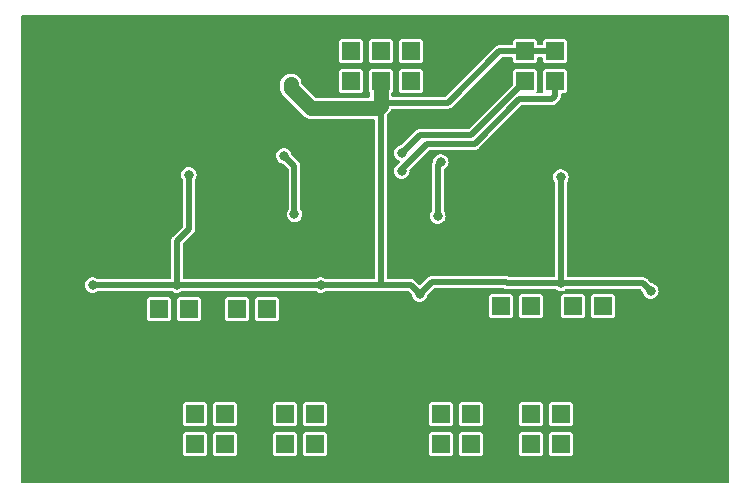
<source format=gbr>
%TF.GenerationSoftware,KiCad,Pcbnew,6.0.4-6f826c9f35~116~ubuntu20.04.1*%
%TF.CreationDate,2023-03-02T11:35:26+00:00*%
%TF.ProjectId,VCAI2C01,56434149-3243-4303-912e-6b696361645f,rev?*%
%TF.SameCoordinates,Original*%
%TF.FileFunction,Copper,L1,Top*%
%TF.FilePolarity,Positive*%
%FSLAX46Y46*%
G04 Gerber Fmt 4.6, Leading zero omitted, Abs format (unit mm)*
G04 Created by KiCad (PCBNEW 6.0.4-6f826c9f35~116~ubuntu20.04.1) date 2023-03-02 11:35:26*
%MOMM*%
%LPD*%
G01*
G04 APERTURE LIST*
%TA.AperFunction,ComponentPad*%
%ADD10R,1.524000X1.524000*%
%TD*%
%TA.AperFunction,ComponentPad*%
%ADD11C,6.000000*%
%TD*%
%TA.AperFunction,ViaPad*%
%ADD12C,0.800000*%
%TD*%
%TA.AperFunction,Conductor*%
%ADD13C,0.300000*%
%TD*%
%TA.AperFunction,Conductor*%
%ADD14C,0.500000*%
%TD*%
%TA.AperFunction,Conductor*%
%ADD15C,1.300000*%
%TD*%
G04 APERTURE END LIST*
D10*
%TO.P,J2,1*%
%TO.N,/IN1-*%
X7112000Y10160000D03*
%TO.P,J2,2*%
%TO.N,Net-(J2-Pad2)*%
X9652000Y10160000D03*
%TD*%
%TO.P,J4,1*%
%TO.N,/IN2-*%
X16256000Y10160000D03*
%TO.P,J4,2*%
%TO.N,Net-(J4-Pad2)*%
X13716000Y10160000D03*
%TD*%
%TO.P,J6,1*%
%TO.N,/IN3-*%
X36068000Y10414000D03*
%TO.P,J6,2*%
%TO.N,Net-(J6-Pad2)*%
X38608000Y10414000D03*
%TD*%
%TO.P,J8,1*%
%TO.N,/IN4-*%
X44704000Y10414000D03*
%TO.P,J8,2*%
%TO.N,Net-(J8-Pad2)*%
X42164000Y10414000D03*
%TD*%
%TO.P,J10,1*%
%TO.N,/A0*%
X38100000Y29464000D03*
%TO.P,J10,2*%
%TO.N,VCC*%
X38100000Y32004000D03*
%TD*%
%TO.P,J11,1*%
%TO.N,/A1*%
X40640000Y29464000D03*
%TO.P,J11,2*%
%TO.N,VCC*%
X40640000Y32004000D03*
%TD*%
%TO.P,J13,1*%
%TO.N,GND*%
X20828000Y29464000D03*
%TO.P,J13,2*%
X20828000Y32004000D03*
%TO.P,J13,3*%
%TO.N,/SDA*%
X23368000Y29464000D03*
%TO.P,J13,4*%
X23368000Y32004000D03*
%TO.P,J13,5*%
%TO.N,VCC*%
X25908000Y29464000D03*
%TO.P,J13,6*%
X25908000Y32004000D03*
%TO.P,J13,7*%
%TO.N,/SCL*%
X28448000Y29464000D03*
%TO.P,J13,8*%
X28448000Y32004000D03*
%TO.P,J13,9*%
%TO.N,GND*%
X30988000Y29464000D03*
%TO.P,J13,10*%
X30988000Y32004000D03*
%TD*%
D11*
%TO.P,M1,1*%
%TO.N,GND*%
X50800000Y30480000D03*
%TD*%
%TO.P,M2,1*%
%TO.N,GND*%
X0Y0D03*
%TD*%
%TO.P,M3,1*%
%TO.N,GND*%
X50800000Y0D03*
%TD*%
%TO.P,M4,1*%
%TO.N,GND*%
X0Y30480000D03*
%TD*%
D10*
%TO.P,J14,1*%
%TO.N,GND*%
X22860000Y1270000D03*
%TO.P,J14,2*%
X22860000Y-1270000D03*
%TD*%
%TO.P,J15,1*%
%TO.N,/IN2-*%
X17780000Y1270000D03*
%TO.P,J15,2*%
X17780000Y-1270000D03*
%TD*%
%TO.P,J16,1*%
%TO.N,/IN2+*%
X20320000Y1270000D03*
%TO.P,J16,2*%
X20320000Y-1270000D03*
%TD*%
%TO.P,J17,1*%
%TO.N,GND*%
X15240000Y1270000D03*
%TO.P,J17,2*%
X15240000Y-1270000D03*
%TD*%
%TO.P,J18,1*%
%TO.N,/IN3-*%
X33528000Y1270000D03*
%TO.P,J18,2*%
X33528000Y-1270000D03*
%TD*%
%TO.P,J19,1*%
%TO.N,/IN3+*%
X30988000Y1270000D03*
%TO.P,J19,2*%
X30988000Y-1270000D03*
%TD*%
%TO.P,J20,1*%
%TO.N,GND*%
X43688000Y1270000D03*
%TO.P,J20,2*%
X43688000Y-1270000D03*
%TD*%
%TO.P,J21,1*%
%TO.N,/IN4-*%
X38608000Y1270000D03*
%TO.P,J21,2*%
X38608000Y-1270000D03*
%TD*%
%TO.P,J22,1*%
%TO.N,/IN4+*%
X41148000Y1270000D03*
%TO.P,J22,2*%
X41148000Y-1270000D03*
%TD*%
%TO.P,J23,1*%
%TO.N,GND*%
X28448000Y1270000D03*
%TO.P,J23,2*%
X28448000Y-1270000D03*
%TD*%
%TO.P,J3,1*%
%TO.N,GND*%
X36068000Y-1270000D03*
%TO.P,J3,2*%
X36068000Y1270000D03*
%TD*%
%TO.P,J5,1*%
%TO.N,GND*%
X7620000Y1270000D03*
%TO.P,J5,2*%
X7620000Y-1270000D03*
%TD*%
%TO.P,J7,1*%
%TO.N,/IN1-*%
X12700000Y1270000D03*
%TO.P,J7,2*%
X12700000Y-1270000D03*
%TD*%
%TO.P,J9,1*%
%TO.N,/IN1+*%
X10160000Y1270000D03*
%TO.P,J9,2*%
X10160000Y-1270000D03*
%TD*%
D12*
%TO.N,GND*%
X3454400Y26009600D03*
X48006000Y5080000D03*
X14732000Y31242000D03*
X27940000Y9144000D03*
X12446000Y6858000D03*
X-1016000Y18796000D03*
X40386000Y9144000D03*
X46990000Y11176000D03*
X21336000Y18034000D03*
X5588000Y-1778000D03*
X10668000Y28956000D03*
X12446000Y8890000D03*
X8128000Y28194000D03*
X17272000Y18034000D03*
X26924000Y1270000D03*
X39319200Y18948400D03*
X42164000Y14224000D03*
X10922000Y14224000D03*
X8128000Y17272000D03*
X0Y22098000D03*
X13970000Y4064000D03*
X16002000Y26670000D03*
X17780000Y17018000D03*
X33049147Y22068853D03*
X48006000Y7874000D03*
X7112014Y25908000D03*
X25908000Y6350000D03*
X44196000Y28448000D03*
X25908000Y8636000D03*
X45720000Y1270000D03*
X45720000Y3810000D03*
X5588000Y1270000D03*
X39878000Y7620000D03*
X42164000Y26924000D03*
X46736000Y24892000D03*
X48006000Y6604000D03*
X26924000Y0D03*
X34036000Y22098000D03*
X24892000Y-1270000D03*
X23622000Y14732000D03*
X23876000Y15748000D03*
X48006000Y23876000D03*
X33528000Y16256000D03*
X50546000Y19812000D03*
X49530000Y23368000D03*
X21336000Y20828000D03*
X19812000Y10922000D03*
X22352000Y9144000D03*
X30226000Y9398000D03*
X39116000Y17272000D03*
X44704000Y26924000D03*
X9398000Y28956000D03*
X15748000Y17526000D03*
X6604000Y14224000D03*
X3556000Y4572000D03*
X47244000Y10160000D03*
X5588000Y-254000D03*
X24892000Y1270000D03*
X-1778000Y17018000D03*
X23876000Y13716000D03*
X26924000Y20066000D03*
X32766000Y30480000D03*
X40640000Y22606000D03*
X16510000Y17018000D03*
X34036000Y23055706D03*
X14478000Y28194000D03*
X50546000Y22606000D03*
X43180000Y14224000D03*
X-1015998Y17780000D03*
X17272000Y19812000D03*
X26924000Y-1270000D03*
X16510000Y31242000D03*
X30988000Y16764000D03*
X25908000Y3556000D03*
X39116000Y20828000D03*
X30988000Y34036000D03*
X7112000Y24638000D03*
X14224000Y2794000D03*
X25908000Y2032000D03*
X37084000Y3302000D03*
X45212000Y32512000D03*
X6350000Y27432000D03*
X14478000Y29718000D03*
X24892000Y0D03*
X24384000Y9144000D03*
X2540000Y10414000D03*
X47498000Y8890000D03*
X4064000Y27178000D03*
X11938000Y28956000D03*
X50292000Y14478000D03*
X47244000Y17526000D03*
X44450000Y33528000D03*
X32766000Y34036000D03*
X-1778000Y15748000D03*
X45720000Y-1270000D03*
X39878000Y5588000D03*
X-1016000Y20066000D03*
X25908000Y5080000D03*
X50546000Y18288000D03*
X45720000Y0D03*
X39116000Y14478004D03*
X31750000Y19050000D03*
X3302000Y6604000D03*
X5080000Y27432000D03*
X32766000Y32258000D03*
X36576000Y33782000D03*
X33020000Y11430000D03*
X21336000Y21844000D03*
X49276000Y13970000D03*
X37338000Y4318000D03*
X9906000Y14224000D03*
X32004000Y10160000D03*
X7366000Y27432000D03*
X8432800Y19263598D03*
X46990000Y3810000D03*
X42672000Y28194000D03*
X1524002Y22098000D03*
X21844000Y25400000D03*
X43180000Y33528000D03*
X15240000Y27432000D03*
X48006000Y16256000D03*
X18796000Y32512000D03*
X7620000Y14224000D03*
X19304000Y34036000D03*
X36097147Y25116853D03*
X41910000Y8890000D03*
X14986000Y34290000D03*
X51054000Y13716000D03*
X18796000Y30988000D03*
X5334000Y3302000D03*
X14732000Y32766000D03*
X45720000Y25908000D03*
X43434000Y26924000D03*
X11684000Y10414000D03*
X23876000Y17780000D03*
X17018000Y21082000D03*
X-1778000Y14224000D03*
X48260000Y14224000D03*
X45720000Y2540000D03*
X50546000Y21336000D03*
X-1016000Y21336000D03*
X39878000Y14224000D03*
X32512000Y16256000D03*
X25908000Y7620000D03*
X21082000Y9144000D03*
X13462000Y28956000D03*
X20828000Y34036000D03*
%TO.N,VCC*%
X48768000Y11684000D03*
X41148000Y21336002D03*
X18288000Y29210000D03*
X41148000Y12349480D03*
X9652000Y21539200D03*
X29209996Y11430000D03*
X1523990Y12192000D03*
X20828000Y12192000D03*
X8636000Y12192000D03*
%TO.N,/OUT1*%
X18592799Y18186400D03*
X17704348Y23139948D03*
%TO.N,/OUT4*%
X30734000Y18034000D03*
X30987996Y22606000D03*
%TO.N,/A0*%
X27686000Y23368000D03*
%TO.N,/A1*%
X27686000Y21844000D03*
%TD*%
D13*
%TO.N,GND*%
X45720000Y0D02*
X45720000Y1270000D01*
X0Y22098000D02*
X1524002Y22098000D01*
X-1016000Y21336000D02*
X-1016000Y20066000D01*
X16147999Y17925999D02*
X15748000Y17526000D01*
X36068000Y1270000D02*
X36068000Y2286000D01*
D14*
X40386000Y9144000D02*
X41656000Y9144000D01*
D13*
X46990000Y10414000D02*
X47244000Y10160000D01*
X48006000Y8382000D02*
X48006000Y7874000D01*
X19304000Y34036000D02*
X20828000Y34036000D01*
D14*
X41656000Y9144000D02*
X41910000Y8890000D01*
D13*
X12446000Y8890000D02*
X12446000Y6858000D01*
D14*
X14732000Y31242000D02*
X14732000Y32766000D01*
D13*
X16256000Y18034000D02*
X16147999Y17925999D01*
X25908000Y5080000D02*
X25908000Y6350000D01*
D14*
X33049147Y22068853D02*
X34006853Y22068853D01*
X34036000Y22098000D02*
X34036000Y23055706D01*
D13*
X43434000Y26924000D02*
X42164000Y26924000D01*
X13716000Y28956000D02*
X14478000Y28194000D01*
X18796000Y30988000D02*
X18796000Y32512000D01*
X43180000Y33528000D02*
X44450000Y33528000D01*
X3302000Y6604000D02*
X2540000Y7366000D01*
X49530000Y23368000D02*
X49784000Y23368000D01*
X12446000Y9652000D02*
X11684000Y10414000D01*
X22352000Y9144000D02*
X21082000Y9144000D01*
X39116000Y21082000D02*
X40640000Y22606000D01*
X17272000Y18034000D02*
X16256000Y18034000D01*
X2540000Y7366000D02*
X2540000Y10414000D01*
X48006000Y18288000D02*
X47244000Y17526000D01*
X49784000Y23368000D02*
X50546000Y22606000D01*
X8636000Y28194000D02*
X9398000Y28956000D01*
X13462000Y28956000D02*
X13716000Y28956000D01*
X48006000Y23876000D02*
X47752000Y23876000D01*
X5588000Y1270000D02*
X5588000Y-254000D01*
D14*
X39878000Y5588000D02*
X39878000Y7620000D01*
D13*
X4826000Y27178000D02*
X5080000Y27432000D01*
X7112000Y24638000D02*
X7112000Y25907986D01*
X25908000Y8636000D02*
X27432000Y8636000D01*
X37338000Y4318000D02*
X37737999Y3918001D01*
X25908000Y7620000D02*
X25908000Y8636000D01*
X32766000Y32258000D02*
X32766000Y30480000D01*
X3556000Y4572000D02*
X4826000Y3302000D01*
X9906000Y14224000D02*
X10922000Y14224000D01*
X21336000Y18034000D02*
X23622000Y18034000D01*
X27432000Y8636000D02*
X27940000Y9144000D01*
X30988000Y34036000D02*
X32766000Y34036000D01*
D14*
X34006853Y22068853D02*
X34036000Y22098000D01*
D13*
X46990000Y3810000D02*
X45720000Y3810000D01*
X50546000Y21336000D02*
X50546000Y19812000D01*
X48260000Y14224000D02*
X49022000Y14224000D01*
X14224000Y2794000D02*
X14224000Y3810000D01*
X23876000Y14986000D02*
X23622000Y14732000D01*
D14*
X34036000Y23055706D02*
X36097147Y25116853D01*
D13*
X36068000Y2286000D02*
X37084000Y3302000D01*
X-1016000Y17780002D02*
X-1015998Y17780000D01*
X4064000Y27178000D02*
X4826000Y27178000D01*
X24892000Y8636000D02*
X24384000Y9144000D01*
X25908000Y8636000D02*
X24892000Y8636000D01*
X46990000Y11176000D02*
X46990000Y10414000D01*
X39116000Y20828000D02*
X39116000Y21082000D01*
D14*
X16510000Y31242000D02*
X14732000Y31242000D01*
D13*
X26924000Y-1270000D02*
X26924000Y0D01*
X16510000Y17018000D02*
X17780000Y17018000D01*
X17018000Y21082000D02*
X17018000Y20066000D01*
X-1016000Y18796000D02*
X-1016000Y17780002D01*
X14224000Y3810000D02*
X13970000Y4064000D01*
X-1778000Y17018000D02*
X-1778000Y15748000D01*
X7112000Y25907986D02*
X7112014Y25908000D01*
X49022000Y14224000D02*
X49276000Y13970000D01*
X12446000Y8890000D02*
X12446000Y9652000D01*
X21336000Y21844000D02*
X21336000Y20828000D01*
X31242000Y9398000D02*
X32004000Y10160000D01*
X47752000Y23876000D02*
X46736000Y24892000D01*
X43942000Y28194000D02*
X44196000Y28448000D01*
X50292000Y14478000D02*
X51054000Y13716000D01*
X42672000Y28194000D02*
X43942000Y28194000D01*
X15240000Y27432000D02*
X16002000Y26670000D01*
X23622000Y18034000D02*
X23876000Y17780000D01*
X17018000Y20066000D02*
X17272000Y19812000D01*
X45720000Y25908000D02*
X44704000Y26924000D01*
X37737999Y3918001D02*
X38716001Y3918001D01*
X23876000Y15748000D02*
X23876000Y14986000D01*
X7620000Y14224000D02*
X6604000Y14224000D01*
X33528000Y16256000D02*
X32512000Y16256000D01*
X50546000Y18288000D02*
X48006000Y18288000D01*
X30226000Y9398000D02*
X31242000Y9398000D01*
X42164000Y14224000D02*
X43180000Y14224000D01*
X6350000Y27432000D02*
X7366000Y27432000D01*
X4826000Y3302000D02*
X5334000Y3302000D01*
X39116000Y17272000D02*
X39116000Y14478004D01*
X-1016000Y18288000D02*
X-1016000Y17780002D01*
X48006000Y6604000D02*
X48006000Y5080000D01*
X25908000Y3556000D02*
X25908000Y2032000D01*
X10668000Y28956000D02*
X11938000Y28956000D01*
X47498000Y8890000D02*
X48006000Y8382000D01*
X43688000Y-1270000D02*
X45720000Y-1270000D01*
X24892000Y0D02*
X24892000Y1270000D01*
X22860000Y-1270000D02*
X24892000Y-1270000D01*
X8128000Y28194000D02*
X8636000Y28194000D01*
D14*
%TO.N,VCC*%
X25908000Y29464000D02*
X25908000Y23114000D01*
X35952002Y32004000D02*
X31583202Y27635200D01*
X36621720Y12349480D02*
X41148000Y12349480D01*
X9652000Y16916400D02*
X9652000Y20973515D01*
X41148000Y12349480D02*
X41148000Y21336002D01*
X8636000Y15900400D02*
X9652000Y16916400D01*
D15*
X19969998Y27178000D02*
X18288000Y28859998D01*
D14*
X25908000Y12192000D02*
X28447996Y12192000D01*
X41148000Y12349480D02*
X48102520Y12349480D01*
D15*
X18288000Y28859998D02*
X18288000Y29210000D01*
D14*
X38100000Y32004000D02*
X35952002Y32004000D01*
X30225996Y12446000D02*
X36525200Y12446000D01*
X8636000Y12192000D02*
X1523990Y12192000D01*
X31583202Y27635200D02*
X26141200Y27635200D01*
X20828000Y12192000D02*
X8636000Y12192000D01*
D15*
X25684000Y27178000D02*
X19969998Y27178000D01*
D14*
X48102520Y12349480D02*
X48768000Y11684000D01*
X28447996Y12192000D02*
X29209996Y11430000D01*
X26141200Y27635200D02*
X25908000Y27402000D01*
D15*
X25908000Y27402000D02*
X25684000Y27178000D01*
D14*
X40640000Y32004000D02*
X38100000Y32004000D01*
X36525200Y12446000D02*
X36621720Y12349480D01*
X8636000Y12192000D02*
X8636000Y15900400D01*
X29209996Y11430000D02*
X30225996Y12446000D01*
X25908000Y12192000D02*
X20828000Y12192000D01*
D15*
X25908000Y29464000D02*
X25908000Y27402000D01*
D14*
X25908000Y23114000D02*
X25908000Y12192000D01*
X9652000Y20973515D02*
X9652000Y21539200D01*
%TO.N,/OUT1*%
X17704348Y23139948D02*
X18592799Y22251497D01*
X18592799Y22251497D02*
X18592799Y18752085D01*
X18592799Y18752085D02*
X18592799Y18186400D01*
%TO.N,/OUT4*%
X30734000Y22352004D02*
X30987996Y22606000D01*
X30734000Y18034000D02*
X30734000Y22352004D01*
%TO.N,/A0*%
X28690011Y24372011D02*
X27686000Y23368000D01*
X33528000Y24892000D02*
X29210000Y24892000D01*
X38100000Y29464000D02*
X33528000Y24892000D01*
X29210000Y24892000D02*
X28690011Y24372011D01*
%TO.N,/A1*%
X29791992Y24141990D02*
X27686000Y22035998D01*
X40640000Y29464000D02*
X40640000Y28202000D01*
X37636674Y27940000D02*
X33838664Y24141990D01*
X40378000Y27940000D02*
X37636674Y27940000D01*
X27686000Y22035998D02*
X27686000Y21844000D01*
X40640000Y28202000D02*
X40378000Y27940000D01*
X33838664Y24141990D02*
X29791992Y24141990D01*
%TD*%
%TA.AperFunction,Conductor*%
%TO.N,GND*%
G36*
X55334691Y35036593D02*
G01*
X55370655Y34987093D01*
X55375500Y34956500D01*
X55375500Y-4476500D01*
X55356593Y-4534691D01*
X55307093Y-4570655D01*
X55276500Y-4575500D01*
X-4476500Y-4575500D01*
X-4534691Y-4556593D01*
X-4570655Y-4507093D01*
X-4575500Y-4476500D01*
X-4575500Y-2056674D01*
X9147500Y-2056674D01*
X9162034Y-2129740D01*
X9217399Y-2212601D01*
X9300260Y-2267966D01*
X9373326Y-2282500D01*
X10946674Y-2282500D01*
X11019740Y-2267966D01*
X11102601Y-2212601D01*
X11157966Y-2129740D01*
X11172500Y-2056674D01*
X11687500Y-2056674D01*
X11702034Y-2129740D01*
X11757399Y-2212601D01*
X11840260Y-2267966D01*
X11913326Y-2282500D01*
X13486674Y-2282500D01*
X13559740Y-2267966D01*
X13642601Y-2212601D01*
X13697966Y-2129740D01*
X13712500Y-2056674D01*
X16767500Y-2056674D01*
X16782034Y-2129740D01*
X16837399Y-2212601D01*
X16920260Y-2267966D01*
X16993326Y-2282500D01*
X18566674Y-2282500D01*
X18639740Y-2267966D01*
X18722601Y-2212601D01*
X18777966Y-2129740D01*
X18792500Y-2056674D01*
X19307500Y-2056674D01*
X19322034Y-2129740D01*
X19377399Y-2212601D01*
X19460260Y-2267966D01*
X19533326Y-2282500D01*
X21106674Y-2282500D01*
X21179740Y-2267966D01*
X21262601Y-2212601D01*
X21317966Y-2129740D01*
X21332500Y-2056674D01*
X29975500Y-2056674D01*
X29990034Y-2129740D01*
X30045399Y-2212601D01*
X30128260Y-2267966D01*
X30201326Y-2282500D01*
X31774674Y-2282500D01*
X31847740Y-2267966D01*
X31930601Y-2212601D01*
X31985966Y-2129740D01*
X32000500Y-2056674D01*
X32515500Y-2056674D01*
X32530034Y-2129740D01*
X32585399Y-2212601D01*
X32668260Y-2267966D01*
X32741326Y-2282500D01*
X34314674Y-2282500D01*
X34387740Y-2267966D01*
X34470601Y-2212601D01*
X34525966Y-2129740D01*
X34540500Y-2056674D01*
X37595500Y-2056674D01*
X37610034Y-2129740D01*
X37665399Y-2212601D01*
X37748260Y-2267966D01*
X37821326Y-2282500D01*
X39394674Y-2282500D01*
X39467740Y-2267966D01*
X39550601Y-2212601D01*
X39605966Y-2129740D01*
X39620500Y-2056674D01*
X40135500Y-2056674D01*
X40150034Y-2129740D01*
X40205399Y-2212601D01*
X40288260Y-2267966D01*
X40361326Y-2282500D01*
X41934674Y-2282500D01*
X42007740Y-2267966D01*
X42090601Y-2212601D01*
X42145966Y-2129740D01*
X42160500Y-2056674D01*
X42160500Y-483326D01*
X42145966Y-410260D01*
X42090601Y-327399D01*
X42007740Y-272034D01*
X41934674Y-257500D01*
X40361326Y-257500D01*
X40288260Y-272034D01*
X40205399Y-327399D01*
X40150034Y-410260D01*
X40135500Y-483326D01*
X40135500Y-2056674D01*
X39620500Y-2056674D01*
X39620500Y-483326D01*
X39605966Y-410260D01*
X39550601Y-327399D01*
X39467740Y-272034D01*
X39394674Y-257500D01*
X37821326Y-257500D01*
X37748260Y-272034D01*
X37665399Y-327399D01*
X37610034Y-410260D01*
X37595500Y-483326D01*
X37595500Y-2056674D01*
X34540500Y-2056674D01*
X34540500Y-483326D01*
X34525966Y-410260D01*
X34470601Y-327399D01*
X34387740Y-272034D01*
X34314674Y-257500D01*
X32741326Y-257500D01*
X32668260Y-272034D01*
X32585399Y-327399D01*
X32530034Y-410260D01*
X32515500Y-483326D01*
X32515500Y-2056674D01*
X32000500Y-2056674D01*
X32000500Y-483326D01*
X31985966Y-410260D01*
X31930601Y-327399D01*
X31847740Y-272034D01*
X31774674Y-257500D01*
X30201326Y-257500D01*
X30128260Y-272034D01*
X30045399Y-327399D01*
X29990034Y-410260D01*
X29975500Y-483326D01*
X29975500Y-2056674D01*
X21332500Y-2056674D01*
X21332500Y-483326D01*
X21317966Y-410260D01*
X21262601Y-327399D01*
X21179740Y-272034D01*
X21106674Y-257500D01*
X19533326Y-257500D01*
X19460260Y-272034D01*
X19377399Y-327399D01*
X19322034Y-410260D01*
X19307500Y-483326D01*
X19307500Y-2056674D01*
X18792500Y-2056674D01*
X18792500Y-483326D01*
X18777966Y-410260D01*
X18722601Y-327399D01*
X18639740Y-272034D01*
X18566674Y-257500D01*
X16993326Y-257500D01*
X16920260Y-272034D01*
X16837399Y-327399D01*
X16782034Y-410260D01*
X16767500Y-483326D01*
X16767500Y-2056674D01*
X13712500Y-2056674D01*
X13712500Y-483326D01*
X13697966Y-410260D01*
X13642601Y-327399D01*
X13559740Y-272034D01*
X13486674Y-257500D01*
X11913326Y-257500D01*
X11840260Y-272034D01*
X11757399Y-327399D01*
X11702034Y-410260D01*
X11687500Y-483326D01*
X11687500Y-2056674D01*
X11172500Y-2056674D01*
X11172500Y-483326D01*
X11157966Y-410260D01*
X11102601Y-327399D01*
X11019740Y-272034D01*
X10946674Y-257500D01*
X9373326Y-257500D01*
X9300260Y-272034D01*
X9217399Y-327399D01*
X9162034Y-410260D01*
X9147500Y-483326D01*
X9147500Y-2056674D01*
X-4575500Y-2056674D01*
X-4575500Y483326D01*
X9147500Y483326D01*
X9162034Y410260D01*
X9217399Y327399D01*
X9300260Y272034D01*
X9373326Y257500D01*
X10946674Y257500D01*
X11019740Y272034D01*
X11102601Y327399D01*
X11157966Y410260D01*
X11172500Y483326D01*
X11687500Y483326D01*
X11702034Y410260D01*
X11757399Y327399D01*
X11840260Y272034D01*
X11913326Y257500D01*
X13486674Y257500D01*
X13559740Y272034D01*
X13642601Y327399D01*
X13697966Y410260D01*
X13712500Y483326D01*
X16767500Y483326D01*
X16782034Y410260D01*
X16837399Y327399D01*
X16920260Y272034D01*
X16993326Y257500D01*
X18566674Y257500D01*
X18639740Y272034D01*
X18722601Y327399D01*
X18777966Y410260D01*
X18792500Y483326D01*
X19307500Y483326D01*
X19322034Y410260D01*
X19377399Y327399D01*
X19460260Y272034D01*
X19533326Y257500D01*
X21106674Y257500D01*
X21179740Y272034D01*
X21262601Y327399D01*
X21317966Y410260D01*
X21332500Y483326D01*
X29975500Y483326D01*
X29990034Y410260D01*
X30045399Y327399D01*
X30128260Y272034D01*
X30201326Y257500D01*
X31774674Y257500D01*
X31847740Y272034D01*
X31930601Y327399D01*
X31985966Y410260D01*
X32000500Y483326D01*
X32515500Y483326D01*
X32530034Y410260D01*
X32585399Y327399D01*
X32668260Y272034D01*
X32741326Y257500D01*
X34314674Y257500D01*
X34387740Y272034D01*
X34470601Y327399D01*
X34525966Y410260D01*
X34540500Y483326D01*
X37595500Y483326D01*
X37610034Y410260D01*
X37665399Y327399D01*
X37748260Y272034D01*
X37821326Y257500D01*
X39394674Y257500D01*
X39467740Y272034D01*
X39550601Y327399D01*
X39605966Y410260D01*
X39620500Y483326D01*
X40135500Y483326D01*
X40150034Y410260D01*
X40205399Y327399D01*
X40288260Y272034D01*
X40361326Y257500D01*
X41934674Y257500D01*
X42007740Y272034D01*
X42090601Y327399D01*
X42145966Y410260D01*
X42160500Y483326D01*
X42160500Y2056674D01*
X42145966Y2129740D01*
X42090601Y2212601D01*
X42007740Y2267966D01*
X41934674Y2282500D01*
X40361326Y2282500D01*
X40288260Y2267966D01*
X40205399Y2212601D01*
X40150034Y2129740D01*
X40135500Y2056674D01*
X40135500Y483326D01*
X39620500Y483326D01*
X39620500Y2056674D01*
X39605966Y2129740D01*
X39550601Y2212601D01*
X39467740Y2267966D01*
X39394674Y2282500D01*
X37821326Y2282500D01*
X37748260Y2267966D01*
X37665399Y2212601D01*
X37610034Y2129740D01*
X37595500Y2056674D01*
X37595500Y483326D01*
X34540500Y483326D01*
X34540500Y2056674D01*
X34525966Y2129740D01*
X34470601Y2212601D01*
X34387740Y2267966D01*
X34314674Y2282500D01*
X32741326Y2282500D01*
X32668260Y2267966D01*
X32585399Y2212601D01*
X32530034Y2129740D01*
X32515500Y2056674D01*
X32515500Y483326D01*
X32000500Y483326D01*
X32000500Y2056674D01*
X31985966Y2129740D01*
X31930601Y2212601D01*
X31847740Y2267966D01*
X31774674Y2282500D01*
X30201326Y2282500D01*
X30128260Y2267966D01*
X30045399Y2212601D01*
X29990034Y2129740D01*
X29975500Y2056674D01*
X29975500Y483326D01*
X21332500Y483326D01*
X21332500Y2056674D01*
X21317966Y2129740D01*
X21262601Y2212601D01*
X21179740Y2267966D01*
X21106674Y2282500D01*
X19533326Y2282500D01*
X19460260Y2267966D01*
X19377399Y2212601D01*
X19322034Y2129740D01*
X19307500Y2056674D01*
X19307500Y483326D01*
X18792500Y483326D01*
X18792500Y2056674D01*
X18777966Y2129740D01*
X18722601Y2212601D01*
X18639740Y2267966D01*
X18566674Y2282500D01*
X16993326Y2282500D01*
X16920260Y2267966D01*
X16837399Y2212601D01*
X16782034Y2129740D01*
X16767500Y2056674D01*
X16767500Y483326D01*
X13712500Y483326D01*
X13712500Y2056674D01*
X13697966Y2129740D01*
X13642601Y2212601D01*
X13559740Y2267966D01*
X13486674Y2282500D01*
X11913326Y2282500D01*
X11840260Y2267966D01*
X11757399Y2212601D01*
X11702034Y2129740D01*
X11687500Y2056674D01*
X11687500Y483326D01*
X11172500Y483326D01*
X11172500Y2056674D01*
X11157966Y2129740D01*
X11102601Y2212601D01*
X11019740Y2267966D01*
X10946674Y2282500D01*
X9373326Y2282500D01*
X9300260Y2267966D01*
X9217399Y2212601D01*
X9162034Y2129740D01*
X9147500Y2056674D01*
X9147500Y483326D01*
X-4575500Y483326D01*
X-4575500Y9373326D01*
X6099500Y9373326D01*
X6114034Y9300260D01*
X6169399Y9217399D01*
X6252260Y9162034D01*
X6325326Y9147500D01*
X7898674Y9147500D01*
X7971740Y9162034D01*
X8054601Y9217399D01*
X8109966Y9300260D01*
X8124500Y9373326D01*
X8639500Y9373326D01*
X8654034Y9300260D01*
X8709399Y9217399D01*
X8792260Y9162034D01*
X8865326Y9147500D01*
X10438674Y9147500D01*
X10511740Y9162034D01*
X10594601Y9217399D01*
X10649966Y9300260D01*
X10664500Y9373326D01*
X12703500Y9373326D01*
X12718034Y9300260D01*
X12773399Y9217399D01*
X12856260Y9162034D01*
X12929326Y9147500D01*
X14502674Y9147500D01*
X14575740Y9162034D01*
X14658601Y9217399D01*
X14713966Y9300260D01*
X14728500Y9373326D01*
X15243500Y9373326D01*
X15258034Y9300260D01*
X15313399Y9217399D01*
X15396260Y9162034D01*
X15469326Y9147500D01*
X17042674Y9147500D01*
X17115740Y9162034D01*
X17198601Y9217399D01*
X17253966Y9300260D01*
X17268500Y9373326D01*
X17268500Y9627326D01*
X35055500Y9627326D01*
X35070034Y9554260D01*
X35125399Y9471399D01*
X35208260Y9416034D01*
X35281326Y9401500D01*
X36854674Y9401500D01*
X36927740Y9416034D01*
X37010601Y9471399D01*
X37065966Y9554260D01*
X37080500Y9627326D01*
X37595500Y9627326D01*
X37610034Y9554260D01*
X37665399Y9471399D01*
X37748260Y9416034D01*
X37821326Y9401500D01*
X39394674Y9401500D01*
X39467740Y9416034D01*
X39550601Y9471399D01*
X39605966Y9554260D01*
X39620500Y9627326D01*
X41151500Y9627326D01*
X41166034Y9554260D01*
X41221399Y9471399D01*
X41304260Y9416034D01*
X41377326Y9401500D01*
X42950674Y9401500D01*
X43023740Y9416034D01*
X43106601Y9471399D01*
X43161966Y9554260D01*
X43176500Y9627326D01*
X43691500Y9627326D01*
X43706034Y9554260D01*
X43761399Y9471399D01*
X43844260Y9416034D01*
X43917326Y9401500D01*
X45490674Y9401500D01*
X45563740Y9416034D01*
X45646601Y9471399D01*
X45701966Y9554260D01*
X45716500Y9627326D01*
X45716500Y11200674D01*
X45701966Y11273740D01*
X45646601Y11356601D01*
X45629067Y11368317D01*
X45571847Y11406549D01*
X45571848Y11406549D01*
X45563740Y11411966D01*
X45490674Y11426500D01*
X43917326Y11426500D01*
X43844260Y11411966D01*
X43836152Y11406549D01*
X43836153Y11406549D01*
X43778934Y11368317D01*
X43761399Y11356601D01*
X43706034Y11273740D01*
X43691500Y11200674D01*
X43691500Y9627326D01*
X43176500Y9627326D01*
X43176500Y11200674D01*
X43161966Y11273740D01*
X43106601Y11356601D01*
X43089067Y11368317D01*
X43031847Y11406549D01*
X43031848Y11406549D01*
X43023740Y11411966D01*
X42950674Y11426500D01*
X41377326Y11426500D01*
X41304260Y11411966D01*
X41296152Y11406549D01*
X41296153Y11406549D01*
X41238934Y11368317D01*
X41221399Y11356601D01*
X41166034Y11273740D01*
X41151500Y11200674D01*
X41151500Y9627326D01*
X39620500Y9627326D01*
X39620500Y11200674D01*
X39605966Y11273740D01*
X39550601Y11356601D01*
X39533067Y11368317D01*
X39475847Y11406549D01*
X39475848Y11406549D01*
X39467740Y11411966D01*
X39394674Y11426500D01*
X37821326Y11426500D01*
X37748260Y11411966D01*
X37740152Y11406549D01*
X37740153Y11406549D01*
X37682934Y11368317D01*
X37665399Y11356601D01*
X37610034Y11273740D01*
X37595500Y11200674D01*
X37595500Y9627326D01*
X37080500Y9627326D01*
X37080500Y11200674D01*
X37065966Y11273740D01*
X37010601Y11356601D01*
X36993067Y11368317D01*
X36935847Y11406549D01*
X36935848Y11406549D01*
X36927740Y11411966D01*
X36854674Y11426500D01*
X35281326Y11426500D01*
X35208260Y11411966D01*
X35200152Y11406549D01*
X35200153Y11406549D01*
X35142934Y11368317D01*
X35125399Y11356601D01*
X35070034Y11273740D01*
X35055500Y11200674D01*
X35055500Y9627326D01*
X17268500Y9627326D01*
X17268500Y10946674D01*
X17253966Y11019740D01*
X17198601Y11102601D01*
X17181067Y11114317D01*
X17139517Y11142079D01*
X17115740Y11157966D01*
X17042674Y11172500D01*
X15469326Y11172500D01*
X15396260Y11157966D01*
X15372483Y11142079D01*
X15330934Y11114317D01*
X15313399Y11102601D01*
X15258034Y11019740D01*
X15243500Y10946674D01*
X15243500Y9373326D01*
X14728500Y9373326D01*
X14728500Y10946674D01*
X14713966Y11019740D01*
X14658601Y11102601D01*
X14641067Y11114317D01*
X14599517Y11142079D01*
X14575740Y11157966D01*
X14502674Y11172500D01*
X12929326Y11172500D01*
X12856260Y11157966D01*
X12832483Y11142079D01*
X12790934Y11114317D01*
X12773399Y11102601D01*
X12718034Y11019740D01*
X12703500Y10946674D01*
X12703500Y9373326D01*
X10664500Y9373326D01*
X10664500Y10946674D01*
X10649966Y11019740D01*
X10594601Y11102601D01*
X10577067Y11114317D01*
X10535517Y11142079D01*
X10511740Y11157966D01*
X10438674Y11172500D01*
X8865326Y11172500D01*
X8792260Y11157966D01*
X8768483Y11142079D01*
X8726934Y11114317D01*
X8709399Y11102601D01*
X8654034Y11019740D01*
X8639500Y10946674D01*
X8639500Y9373326D01*
X8124500Y9373326D01*
X8124500Y10946674D01*
X8109966Y11019740D01*
X8054601Y11102601D01*
X8037067Y11114317D01*
X7995517Y11142079D01*
X7971740Y11157966D01*
X7898674Y11172500D01*
X6325326Y11172500D01*
X6252260Y11157966D01*
X6228483Y11142079D01*
X6186934Y11114317D01*
X6169399Y11102601D01*
X6114034Y11019740D01*
X6099500Y10946674D01*
X6099500Y9373326D01*
X-4575500Y9373326D01*
X-4575500Y12198862D01*
X868748Y12198862D01*
X869403Y12192929D01*
X869403Y12192925D01*
X878291Y12112424D01*
X886025Y12042367D01*
X888077Y12036760D01*
X933695Y11912103D01*
X940133Y11894510D01*
X943462Y11889556D01*
X1024619Y11768781D01*
X1024622Y11768777D01*
X1027948Y11763828D01*
X1032359Y11759814D01*
X1032361Y11759812D01*
X1139985Y11661882D01*
X1144400Y11657865D01*
X1161396Y11648637D01*
X1277520Y11585586D01*
X1277522Y11585585D01*
X1282766Y11582738D01*
X1362524Y11561814D01*
X1429290Y11544298D01*
X1429294Y11544298D01*
X1435059Y11542785D01*
X1441020Y11542691D01*
X1441023Y11542691D01*
X1513772Y11541549D01*
X1592485Y11540312D01*
X1609889Y11544298D01*
X1740139Y11574129D01*
X1740141Y11574130D01*
X1745958Y11575462D01*
X1751289Y11578143D01*
X1881289Y11643526D01*
X1881291Y11643527D01*
X1886615Y11646205D01*
X1911876Y11667780D01*
X1968403Y11691195D01*
X1976171Y11691500D01*
X8181145Y11691500D01*
X8239336Y11672593D01*
X8247773Y11665724D01*
X8251312Y11662504D01*
X8256410Y11657865D01*
X8261654Y11655018D01*
X8261655Y11655017D01*
X8389530Y11585586D01*
X8389532Y11585585D01*
X8394776Y11582738D01*
X8474534Y11561814D01*
X8541300Y11544298D01*
X8541304Y11544298D01*
X8547069Y11542785D01*
X8553030Y11542691D01*
X8553033Y11542691D01*
X8625782Y11541549D01*
X8704495Y11540312D01*
X8721899Y11544298D01*
X8852149Y11574129D01*
X8852151Y11574130D01*
X8857968Y11575462D01*
X8863299Y11578143D01*
X8993299Y11643526D01*
X8993301Y11643527D01*
X8998625Y11646205D01*
X9023886Y11667780D01*
X9080413Y11691195D01*
X9088181Y11691500D01*
X20373145Y11691500D01*
X20431336Y11672593D01*
X20439773Y11665724D01*
X20443312Y11662504D01*
X20448410Y11657865D01*
X20453654Y11655018D01*
X20453655Y11655017D01*
X20581530Y11585586D01*
X20581532Y11585585D01*
X20586776Y11582738D01*
X20666534Y11561814D01*
X20733300Y11544298D01*
X20733304Y11544298D01*
X20739069Y11542785D01*
X20745030Y11542691D01*
X20745033Y11542691D01*
X20817782Y11541549D01*
X20896495Y11540312D01*
X20913899Y11544298D01*
X21044149Y11574129D01*
X21044151Y11574130D01*
X21049968Y11575462D01*
X21055299Y11578143D01*
X21185299Y11643526D01*
X21185301Y11643527D01*
X21190625Y11646205D01*
X21215886Y11667780D01*
X21272413Y11691195D01*
X21280181Y11691500D01*
X25899591Y11691500D01*
X25900197Y11691498D01*
X25976624Y11691031D01*
X25977900Y11691396D01*
X25979429Y11691500D01*
X28199674Y11691500D01*
X28257865Y11672593D01*
X28269678Y11662504D01*
X28537547Y11394635D01*
X28565945Y11335495D01*
X28572031Y11280367D01*
X28574081Y11274765D01*
X28574082Y11274761D01*
X28624087Y11138116D01*
X28626139Y11132510D01*
X28629468Y11127556D01*
X28710625Y11006781D01*
X28710628Y11006777D01*
X28713954Y11001828D01*
X28718365Y10997814D01*
X28718367Y10997812D01*
X28779906Y10941816D01*
X28830406Y10895865D01*
X28851881Y10884205D01*
X28963526Y10823586D01*
X28963528Y10823585D01*
X28968772Y10820738D01*
X29048530Y10799814D01*
X29115296Y10782298D01*
X29115300Y10782298D01*
X29121065Y10780785D01*
X29127026Y10780691D01*
X29127029Y10780691D01*
X29199778Y10779548D01*
X29278491Y10778312D01*
X29295895Y10782298D01*
X29426145Y10812129D01*
X29426147Y10812130D01*
X29431964Y10813462D01*
X29437295Y10816143D01*
X29567295Y10881526D01*
X29567297Y10881527D01*
X29572621Y10884205D01*
X29586273Y10895865D01*
X29687806Y10982582D01*
X29687807Y10982583D01*
X29692344Y10986458D01*
X29769974Y11094491D01*
X29780736Y11109468D01*
X29780737Y11109470D01*
X29784220Y11114317D01*
X29795381Y11142079D01*
X29840722Y11254869D01*
X29840723Y11254871D01*
X29842946Y11260402D01*
X29844845Y11273740D01*
X29854012Y11338155D01*
X29882020Y11394210D01*
X30404314Y11916504D01*
X30458831Y11944281D01*
X30474318Y11945500D01*
X36287940Y11945500D01*
X36340947Y11929649D01*
X36344108Y11926857D01*
X36353391Y11922499D01*
X36370687Y11912107D01*
X36378896Y11905954D01*
X36414082Y11892763D01*
X36423466Y11889245D01*
X36430786Y11886160D01*
X36467494Y11868926D01*
X36467498Y11868925D01*
X36473883Y11865927D01*
X36480851Y11864842D01*
X36480855Y11864841D01*
X36484012Y11864350D01*
X36503540Y11859227D01*
X36506540Y11858102D01*
X36506542Y11858102D01*
X36513140Y11855628D01*
X36560628Y11852099D01*
X36568513Y11851193D01*
X36578948Y11849568D01*
X36578956Y11849567D01*
X36582729Y11848980D01*
X36598929Y11848980D01*
X36606265Y11848708D01*
X36609555Y11848464D01*
X36656112Y11845004D01*
X36663007Y11846476D01*
X36663009Y11846476D01*
X36664521Y11846799D01*
X36685188Y11848980D01*
X40693145Y11848980D01*
X40751336Y11830073D01*
X40759773Y11823204D01*
X40763312Y11819984D01*
X40768410Y11815345D01*
X40773654Y11812498D01*
X40773655Y11812497D01*
X40901530Y11743066D01*
X40901532Y11743065D01*
X40906776Y11740218D01*
X40986534Y11719294D01*
X41053300Y11701778D01*
X41053304Y11701778D01*
X41059069Y11700265D01*
X41065030Y11700171D01*
X41065033Y11700171D01*
X41137782Y11699029D01*
X41216495Y11697792D01*
X41233899Y11701778D01*
X41364149Y11731609D01*
X41364151Y11731610D01*
X41369968Y11732942D01*
X41375299Y11735623D01*
X41505299Y11801006D01*
X41505301Y11801007D01*
X41510625Y11803685D01*
X41535886Y11825260D01*
X41592413Y11848675D01*
X41600181Y11848980D01*
X47854199Y11848980D01*
X47912390Y11830073D01*
X47924202Y11819984D01*
X48095550Y11648637D01*
X48123949Y11589496D01*
X48130035Y11534367D01*
X48132085Y11528765D01*
X48132086Y11528761D01*
X48181325Y11394210D01*
X48184143Y11386510D01*
X48187472Y11381556D01*
X48268629Y11260781D01*
X48268632Y11260777D01*
X48271958Y11255828D01*
X48276369Y11251814D01*
X48276371Y11251812D01*
X48379507Y11157966D01*
X48388410Y11149865D01*
X48453881Y11114317D01*
X48521530Y11077586D01*
X48521532Y11077585D01*
X48526776Y11074738D01*
X48606534Y11053814D01*
X48673300Y11036298D01*
X48673304Y11036298D01*
X48679069Y11034785D01*
X48685030Y11034691D01*
X48685033Y11034691D01*
X48757782Y11033548D01*
X48836495Y11032312D01*
X48853899Y11036298D01*
X48984149Y11066129D01*
X48984151Y11066130D01*
X48989968Y11067462D01*
X48995299Y11070143D01*
X49125299Y11135526D01*
X49125301Y11135527D01*
X49130625Y11138205D01*
X49147420Y11152549D01*
X49245810Y11236582D01*
X49245811Y11236583D01*
X49250348Y11240458D01*
X49318639Y11335495D01*
X49338740Y11363468D01*
X49338741Y11363470D01*
X49342224Y11368317D01*
X49357594Y11406549D01*
X49398726Y11508869D01*
X49398727Y11508871D01*
X49400950Y11514402D01*
X49403792Y11534367D01*
X49422678Y11667071D01*
X49422678Y11667075D01*
X49423134Y11670277D01*
X49423278Y11684000D01*
X49408326Y11807559D01*
X49405080Y11834384D01*
X49405079Y11834387D01*
X49404363Y11840306D01*
X49399907Y11852100D01*
X49350820Y11982004D01*
X49348710Y11987588D01*
X49259531Y12117343D01*
X49255078Y12121310D01*
X49255075Y12121314D01*
X49168036Y12198862D01*
X49141976Y12222081D01*
X49136705Y12224872D01*
X49008105Y12292963D01*
X49008102Y12292964D01*
X49002831Y12295755D01*
X48850128Y12334111D01*
X48850495Y12335572D01*
X48799032Y12360782D01*
X48503915Y12655899D01*
X48495941Y12665879D01*
X48495924Y12665864D01*
X48491354Y12671234D01*
X48487590Y12677200D01*
X48482305Y12681868D01*
X48482302Y12681871D01*
X48447312Y12712772D01*
X48442842Y12716972D01*
X48431014Y12728800D01*
X48421967Y12735580D01*
X48415821Y12740584D01*
X48380132Y12772103D01*
X48370849Y12776462D01*
X48353554Y12786853D01*
X48345344Y12793006D01*
X48323567Y12801170D01*
X48300774Y12809715D01*
X48293454Y12812800D01*
X48256746Y12830034D01*
X48256742Y12830035D01*
X48250357Y12833033D01*
X48243389Y12834118D01*
X48243385Y12834119D01*
X48240228Y12834610D01*
X48220700Y12839733D01*
X48217700Y12840858D01*
X48217698Y12840858D01*
X48211100Y12843332D01*
X48163612Y12846861D01*
X48155727Y12847767D01*
X48145292Y12849392D01*
X48145284Y12849393D01*
X48141511Y12849980D01*
X48125311Y12849980D01*
X48117975Y12850252D01*
X48114685Y12850496D01*
X48068128Y12853956D01*
X48061233Y12852484D01*
X48061231Y12852484D01*
X48059719Y12852161D01*
X48039052Y12849980D01*
X41747500Y12849980D01*
X41689309Y12868887D01*
X41653345Y12918387D01*
X41648500Y12948980D01*
X41648500Y20885840D01*
X41667104Y20943610D01*
X41718737Y21015466D01*
X41718738Y21015467D01*
X41722224Y21020319D01*
X41749227Y21087489D01*
X41778726Y21160871D01*
X41778727Y21160873D01*
X41780950Y21166404D01*
X41782994Y21180762D01*
X41802678Y21319073D01*
X41802678Y21319077D01*
X41803134Y21322279D01*
X41803278Y21336002D01*
X41784363Y21492308D01*
X41728710Y21639590D01*
X41639531Y21769345D01*
X41635078Y21773312D01*
X41635075Y21773316D01*
X41559367Y21840769D01*
X41521976Y21874083D01*
X41434167Y21920576D01*
X41388105Y21944965D01*
X41388102Y21944966D01*
X41382831Y21947757D01*
X41306479Y21966935D01*
X41235918Y21984659D01*
X41235915Y21984659D01*
X41230128Y21986113D01*
X41150564Y21986529D01*
X41078650Y21986906D01*
X41078648Y21986906D01*
X41072684Y21986937D01*
X40919588Y21950182D01*
X40862227Y21920576D01*
X40784985Y21880709D01*
X40784983Y21880707D01*
X40779679Y21877970D01*
X40661034Y21774469D01*
X40570501Y21645654D01*
X40513309Y21498963D01*
X40512531Y21493052D01*
X40512530Y21493049D01*
X40511653Y21486386D01*
X40492758Y21342864D01*
X40493413Y21336931D01*
X40493413Y21336927D01*
X40505934Y21223517D01*
X40510035Y21186369D01*
X40564143Y21038512D01*
X40567472Y21033558D01*
X40630671Y20939508D01*
X40647500Y20884291D01*
X40647500Y12948980D01*
X40628593Y12890789D01*
X40579093Y12854825D01*
X40548500Y12849980D01*
X36858980Y12849980D01*
X36805972Y12865832D01*
X36802812Y12868623D01*
X36793529Y12872982D01*
X36776234Y12883373D01*
X36768024Y12889526D01*
X36746247Y12897690D01*
X36723454Y12906235D01*
X36716134Y12909320D01*
X36679426Y12926554D01*
X36679422Y12926555D01*
X36673037Y12929553D01*
X36666069Y12930638D01*
X36666065Y12930639D01*
X36662908Y12931130D01*
X36643380Y12936253D01*
X36640380Y12937378D01*
X36640378Y12937378D01*
X36633780Y12939852D01*
X36586292Y12943381D01*
X36578407Y12944287D01*
X36567972Y12945912D01*
X36567964Y12945913D01*
X36564191Y12946500D01*
X36547991Y12946500D01*
X36540655Y12946772D01*
X36537365Y12947016D01*
X36490808Y12950476D01*
X36483913Y12949004D01*
X36483911Y12949004D01*
X36482399Y12948681D01*
X36461732Y12946500D01*
X30293162Y12946500D01*
X30280461Y12947919D01*
X30280459Y12947897D01*
X30273427Y12948463D01*
X30266549Y12950019D01*
X30215389Y12946845D01*
X30212894Y12946690D01*
X30206763Y12946500D01*
X30190056Y12946500D01*
X30186569Y12946001D01*
X30186561Y12946000D01*
X30178875Y12944899D01*
X30170972Y12944089D01*
X30130495Y12941578D01*
X30130492Y12941577D01*
X30123458Y12941141D01*
X30116829Y12938748D01*
X30116825Y12938747D01*
X30113809Y12937658D01*
X30094233Y12932777D01*
X30093631Y12932691D01*
X30091060Y12932323D01*
X30091059Y12932323D01*
X30084078Y12931323D01*
X30077659Y12928404D01*
X30077654Y12928403D01*
X30040739Y12911619D01*
X30033381Y12908623D01*
X30019186Y12903498D01*
X29988609Y12892460D01*
X29980324Y12886408D01*
X29962910Y12876232D01*
X29953568Y12871984D01*
X29948224Y12867379D01*
X29917501Y12840907D01*
X29911280Y12835967D01*
X29899660Y12827478D01*
X29888196Y12816014D01*
X29882815Y12811019D01*
X29854773Y12786856D01*
X29844959Y12778400D01*
X29840555Y12771606D01*
X29840285Y12771189D01*
X29827214Y12755032D01*
X29280000Y12207818D01*
X29225483Y12180041D01*
X29165051Y12189612D01*
X29139992Y12207818D01*
X28849391Y12498419D01*
X28841417Y12508399D01*
X28841400Y12508384D01*
X28836830Y12513754D01*
X28833066Y12519720D01*
X28827781Y12524388D01*
X28827778Y12524391D01*
X28792788Y12555292D01*
X28788318Y12559492D01*
X28776490Y12571320D01*
X28767443Y12578100D01*
X28761297Y12583104D01*
X28725608Y12614623D01*
X28716325Y12618982D01*
X28699030Y12629373D01*
X28690820Y12635526D01*
X28669043Y12643690D01*
X28646250Y12652235D01*
X28638930Y12655320D01*
X28602222Y12672554D01*
X28602218Y12672555D01*
X28595833Y12675553D01*
X28588865Y12676638D01*
X28588861Y12676639D01*
X28585704Y12677130D01*
X28566176Y12682253D01*
X28563176Y12683378D01*
X28563174Y12683378D01*
X28556576Y12685852D01*
X28509088Y12689381D01*
X28501203Y12690287D01*
X28490768Y12691912D01*
X28490760Y12691913D01*
X28486987Y12692500D01*
X28470787Y12692500D01*
X28463451Y12692772D01*
X28460161Y12693016D01*
X28413604Y12696476D01*
X28406709Y12695004D01*
X28406707Y12695004D01*
X28405195Y12694681D01*
X28384528Y12692500D01*
X26507500Y12692500D01*
X26449309Y12711407D01*
X26413345Y12760907D01*
X26408500Y12791500D01*
X26408500Y18040862D01*
X30078758Y18040862D01*
X30079413Y18034929D01*
X30079413Y18034925D01*
X30081414Y18016802D01*
X30096035Y17884367D01*
X30102805Y17865868D01*
X30147820Y17742858D01*
X30150143Y17736510D01*
X30153472Y17731556D01*
X30234629Y17610781D01*
X30234632Y17610777D01*
X30237958Y17605828D01*
X30242369Y17601814D01*
X30242371Y17601812D01*
X30349995Y17503882D01*
X30354410Y17499865D01*
X30375885Y17488205D01*
X30487530Y17427586D01*
X30487532Y17427585D01*
X30492776Y17424738D01*
X30572534Y17403814D01*
X30639300Y17386298D01*
X30639304Y17386298D01*
X30645069Y17384785D01*
X30651030Y17384691D01*
X30651033Y17384691D01*
X30723782Y17383548D01*
X30802495Y17382312D01*
X30819899Y17386298D01*
X30950149Y17416129D01*
X30950151Y17416130D01*
X30955968Y17417462D01*
X30961299Y17420143D01*
X31091299Y17485526D01*
X31091301Y17485527D01*
X31096625Y17488205D01*
X31110277Y17499865D01*
X31211810Y17586582D01*
X31211811Y17586583D01*
X31216348Y17590458D01*
X31308224Y17718317D01*
X31316532Y17738982D01*
X31364726Y17858869D01*
X31364727Y17858871D01*
X31366950Y17864402D01*
X31368994Y17878760D01*
X31388678Y18017071D01*
X31388678Y18017075D01*
X31389134Y18020277D01*
X31389278Y18034000D01*
X31380725Y18104678D01*
X31371080Y18184384D01*
X31371079Y18184387D01*
X31370363Y18190306D01*
X31314710Y18337588D01*
X31311326Y18342512D01*
X31251912Y18428960D01*
X31234500Y18485034D01*
X31234500Y21940777D01*
X31253407Y21998968D01*
X31289017Y22029221D01*
X31345295Y22057526D01*
X31345297Y22057527D01*
X31350621Y22060205D01*
X31370571Y22077244D01*
X31465806Y22158582D01*
X31465807Y22158583D01*
X31470344Y22162458D01*
X31548138Y22270720D01*
X31558736Y22285468D01*
X31558737Y22285470D01*
X31562220Y22290317D01*
X31568738Y22306529D01*
X31618722Y22430869D01*
X31618723Y22430871D01*
X31620946Y22436402D01*
X31623388Y22453555D01*
X31642674Y22589071D01*
X31642674Y22589075D01*
X31643130Y22592277D01*
X31643274Y22606000D01*
X31630474Y22711776D01*
X31625076Y22756384D01*
X31625075Y22756387D01*
X31624359Y22762306D01*
X31568706Y22909588D01*
X31479527Y23039343D01*
X31475074Y23043310D01*
X31475071Y23043314D01*
X31407553Y23103469D01*
X31361972Y23144081D01*
X31345635Y23152731D01*
X31228101Y23214963D01*
X31228098Y23214964D01*
X31222827Y23217755D01*
X31146475Y23236933D01*
X31075914Y23254657D01*
X31075911Y23254657D01*
X31070124Y23256111D01*
X30990560Y23256527D01*
X30918646Y23256904D01*
X30918644Y23256904D01*
X30912680Y23256935D01*
X30759584Y23220180D01*
X30687031Y23182733D01*
X30624981Y23150707D01*
X30624979Y23150705D01*
X30619675Y23147968D01*
X30501030Y23044467D01*
X30410497Y22915652D01*
X30353305Y22768961D01*
X30352527Y22763050D01*
X30352526Y22763047D01*
X30343036Y22690959D01*
X30319087Y22638347D01*
X30316044Y22634902D01*
X30316040Y22634896D01*
X30311377Y22629616D01*
X30307018Y22620333D01*
X30296627Y22603038D01*
X30290474Y22594828D01*
X30287998Y22588223D01*
X30273765Y22550258D01*
X30270680Y22542938D01*
X30253446Y22506230D01*
X30253445Y22506226D01*
X30250447Y22499841D01*
X30249362Y22492873D01*
X30249361Y22492869D01*
X30248870Y22489712D01*
X30243747Y22470184D01*
X30240148Y22460584D01*
X30236819Y22415781D01*
X30236620Y22413106D01*
X30235713Y22405211D01*
X30234088Y22394776D01*
X30234087Y22394768D01*
X30233500Y22390995D01*
X30233500Y22374795D01*
X30233228Y22367459D01*
X30229524Y22317612D01*
X30230996Y22310717D01*
X30230996Y22310715D01*
X30231319Y22309203D01*
X30233500Y22288536D01*
X30233500Y18484520D01*
X30215497Y18427595D01*
X30156501Y18343652D01*
X30099309Y18196961D01*
X30098531Y18191050D01*
X30098530Y18191047D01*
X30097653Y18184384D01*
X30078758Y18040862D01*
X26408500Y18040862D01*
X26408500Y21850862D01*
X27030758Y21850862D01*
X27031413Y21844929D01*
X27031413Y21844925D01*
X27046561Y21707716D01*
X27048035Y21694367D01*
X27055341Y21674402D01*
X27068081Y21639590D01*
X27102143Y21546510D01*
X27105472Y21541556D01*
X27186629Y21420781D01*
X27186632Y21420777D01*
X27189958Y21415828D01*
X27194369Y21411814D01*
X27194371Y21411812D01*
X27301995Y21313882D01*
X27306410Y21309865D01*
X27327885Y21298205D01*
X27439530Y21237586D01*
X27439532Y21237585D01*
X27444776Y21234738D01*
X27506047Y21218664D01*
X27591300Y21196298D01*
X27591304Y21196298D01*
X27597069Y21194785D01*
X27603030Y21194691D01*
X27603033Y21194691D01*
X27675782Y21193549D01*
X27754495Y21192312D01*
X27771899Y21196298D01*
X27902149Y21226129D01*
X27902151Y21226130D01*
X27907968Y21227462D01*
X27913299Y21230143D01*
X28043299Y21295526D01*
X28043301Y21295527D01*
X28048625Y21298205D01*
X28062277Y21309865D01*
X28163810Y21396582D01*
X28163811Y21396583D01*
X28168348Y21400458D01*
X28234349Y21492308D01*
X28256740Y21523468D01*
X28256741Y21523470D01*
X28260224Y21528317D01*
X28267358Y21546062D01*
X28316726Y21668869D01*
X28316727Y21668871D01*
X28318950Y21674402D01*
X28320994Y21688760D01*
X28340678Y21827071D01*
X28340678Y21827075D01*
X28341134Y21830277D01*
X28341278Y21844000D01*
X28332011Y21920577D01*
X28343790Y21980617D01*
X28360290Y22002474D01*
X29970310Y23612494D01*
X30024827Y23640271D01*
X30040314Y23641490D01*
X33771498Y23641490D01*
X33784199Y23640071D01*
X33784201Y23640093D01*
X33791233Y23639527D01*
X33798111Y23637971D01*
X33851765Y23641300D01*
X33857897Y23641490D01*
X33874604Y23641490D01*
X33878091Y23641989D01*
X33878099Y23641990D01*
X33885785Y23643091D01*
X33893688Y23643901D01*
X33934165Y23646412D01*
X33934168Y23646413D01*
X33941202Y23646849D01*
X33947831Y23649242D01*
X33947835Y23649243D01*
X33950851Y23650332D01*
X33970427Y23655213D01*
X33971619Y23655384D01*
X33973600Y23655667D01*
X33973601Y23655667D01*
X33980582Y23656667D01*
X33987001Y23659586D01*
X33987006Y23659587D01*
X34023921Y23676371D01*
X34031279Y23679367D01*
X34045927Y23684655D01*
X34076051Y23695530D01*
X34084336Y23701582D01*
X34101750Y23711758D01*
X34111092Y23716006D01*
X34127005Y23729718D01*
X34147159Y23747083D01*
X34153380Y23752023D01*
X34156261Y23754128D01*
X34165000Y23760512D01*
X34176464Y23771976D01*
X34181845Y23776971D01*
X34214357Y23804985D01*
X34214358Y23804986D01*
X34219701Y23809590D01*
X34224375Y23816801D01*
X34237446Y23832958D01*
X37814992Y27410504D01*
X37869509Y27438281D01*
X37884996Y27439500D01*
X40310834Y27439500D01*
X40323535Y27438081D01*
X40323537Y27438103D01*
X40330569Y27437537D01*
X40337447Y27435981D01*
X40391101Y27439310D01*
X40397233Y27439500D01*
X40413940Y27439500D01*
X40417427Y27439999D01*
X40417435Y27440000D01*
X40425121Y27441101D01*
X40433024Y27441911D01*
X40473501Y27444422D01*
X40473504Y27444423D01*
X40480538Y27444859D01*
X40487167Y27447252D01*
X40487171Y27447253D01*
X40490187Y27448342D01*
X40509763Y27453223D01*
X40510955Y27453394D01*
X40512936Y27453677D01*
X40512937Y27453677D01*
X40519918Y27454677D01*
X40526337Y27457596D01*
X40526342Y27457597D01*
X40563257Y27474381D01*
X40570615Y27477377D01*
X40584810Y27482502D01*
X40615387Y27493540D01*
X40623672Y27499592D01*
X40641086Y27509768D01*
X40650428Y27514016D01*
X40666341Y27527728D01*
X40686495Y27545093D01*
X40692716Y27550033D01*
X40693146Y27550347D01*
X40704336Y27558522D01*
X40715800Y27569986D01*
X40721181Y27574981D01*
X40753692Y27602994D01*
X40753694Y27602996D01*
X40759037Y27607600D01*
X40763715Y27614818D01*
X40776786Y27630973D01*
X40946417Y27800603D01*
X40956400Y27808580D01*
X40956386Y27808597D01*
X40961754Y27813166D01*
X40967720Y27816930D01*
X40972387Y27822215D01*
X40972390Y27822217D01*
X41003300Y27857217D01*
X41007500Y27861687D01*
X41019320Y27873507D01*
X41021429Y27876322D01*
X41021434Y27876327D01*
X41026090Y27882540D01*
X41031107Y27888703D01*
X41036560Y27894878D01*
X41062623Y27924388D01*
X41066981Y27933671D01*
X41077373Y27950967D01*
X41083526Y27959176D01*
X41100235Y28003746D01*
X41103320Y28011066D01*
X41120554Y28047774D01*
X41120555Y28047778D01*
X41123553Y28054163D01*
X41124638Y28061131D01*
X41124639Y28061135D01*
X41125130Y28064292D01*
X41130253Y28083820D01*
X41131378Y28086820D01*
X41131378Y28086822D01*
X41133852Y28093420D01*
X41137381Y28140908D01*
X41138287Y28148793D01*
X41139912Y28159228D01*
X41139913Y28159236D01*
X41140500Y28163009D01*
X41140500Y28179209D01*
X41140772Y28186545D01*
X41143953Y28229359D01*
X41144476Y28236392D01*
X41142681Y28244801D01*
X41140500Y28265468D01*
X41140500Y28352500D01*
X41159407Y28410691D01*
X41208907Y28446655D01*
X41239500Y28451500D01*
X41426674Y28451500D01*
X41499740Y28466034D01*
X41582601Y28521399D01*
X41637966Y28604260D01*
X41652500Y28677326D01*
X41652500Y30250674D01*
X41637966Y30323740D01*
X41582601Y30406601D01*
X41499740Y30461966D01*
X41426674Y30476500D01*
X39853326Y30476500D01*
X39780260Y30461966D01*
X39697399Y30406601D01*
X39642034Y30323740D01*
X39627500Y30250674D01*
X39627500Y28677326D01*
X39642034Y28604260D01*
X39648555Y28594501D01*
X39649450Y28591327D01*
X39651182Y28587145D01*
X39650687Y28586940D01*
X39665163Y28535615D01*
X39643986Y28478211D01*
X39593113Y28444217D01*
X39566239Y28440500D01*
X39173761Y28440500D01*
X39115570Y28459407D01*
X39079606Y28508907D01*
X39079606Y28570093D01*
X39091444Y28594499D01*
X39097966Y28604260D01*
X39112500Y28677326D01*
X39112500Y30250674D01*
X39097966Y30323740D01*
X39042601Y30406601D01*
X38959740Y30461966D01*
X38886674Y30476500D01*
X37313326Y30476500D01*
X37240260Y30461966D01*
X37157399Y30406601D01*
X37102034Y30323740D01*
X37087500Y30250674D01*
X37087500Y29200321D01*
X37068593Y29142130D01*
X37058504Y29130317D01*
X33349682Y25421496D01*
X33295165Y25393719D01*
X33279678Y25392500D01*
X29277161Y25392500D01*
X29264464Y25393919D01*
X29264462Y25393896D01*
X29257430Y25394462D01*
X29250552Y25396018D01*
X29196907Y25392690D01*
X29190777Y25392500D01*
X29174060Y25392500D01*
X29170580Y25392002D01*
X29170570Y25392001D01*
X29162864Y25390898D01*
X29154968Y25390089D01*
X29114501Y25387578D01*
X29114500Y25387578D01*
X29107461Y25387141D01*
X29097809Y25383657D01*
X29078234Y25378777D01*
X29068082Y25377323D01*
X29061663Y25374405D01*
X29061658Y25374403D01*
X29024738Y25357616D01*
X29017382Y25354621D01*
X28972613Y25338460D01*
X28964328Y25332408D01*
X28946914Y25322232D01*
X28937572Y25317984D01*
X28901489Y25286893D01*
X28895280Y25281963D01*
X28883664Y25273477D01*
X28872207Y25262020D01*
X28866826Y25257025D01*
X28828963Y25224400D01*
X28825126Y25218480D01*
X28825124Y25218478D01*
X28824284Y25217182D01*
X28811213Y25201026D01*
X28363675Y24753489D01*
X27654689Y24044503D01*
X27607797Y24018242D01*
X27457588Y23982180D01*
X27385035Y23944733D01*
X27322985Y23912707D01*
X27322983Y23912705D01*
X27317679Y23909968D01*
X27199034Y23806467D01*
X27108501Y23677652D01*
X27051309Y23530961D01*
X27030758Y23374862D01*
X27031413Y23368929D01*
X27031413Y23368925D01*
X27043865Y23256142D01*
X27048035Y23218367D01*
X27102143Y23070510D01*
X27105472Y23065556D01*
X27186629Y22944781D01*
X27186632Y22944777D01*
X27189958Y22939828D01*
X27194369Y22935814D01*
X27194371Y22935812D01*
X27216527Y22915652D01*
X27306410Y22833865D01*
X27375593Y22796301D01*
X27439530Y22761586D01*
X27439532Y22761585D01*
X27444776Y22758738D01*
X27450548Y22757224D01*
X27450555Y22757221D01*
X27480824Y22749280D01*
X27532312Y22716225D01*
X27554537Y22659219D01*
X27539010Y22600037D01*
X27525705Y22583517D01*
X27379581Y22437393D01*
X27369601Y22429419D01*
X27369616Y22429402D01*
X27364247Y22424833D01*
X27358280Y22421068D01*
X27347619Y22408997D01*
X27327213Y22393101D01*
X27327920Y22392061D01*
X27322981Y22388704D01*
X27317679Y22385968D01*
X27199034Y22282467D01*
X27108501Y22153652D01*
X27051309Y22006961D01*
X27050531Y22001050D01*
X27050530Y22001047D01*
X27046810Y21972788D01*
X27030758Y21850862D01*
X26408500Y21850862D01*
X26408500Y26587994D01*
X26427407Y26646185D01*
X26437497Y26657998D01*
X26489131Y26709631D01*
X26500938Y26719715D01*
X26513871Y26729112D01*
X26559672Y26779979D01*
X26563239Y26783739D01*
X26578120Y26798620D01*
X26591353Y26814960D01*
X26594709Y26818890D01*
X26637060Y26865925D01*
X26637067Y26865934D01*
X26640533Y26869784D01*
X26648526Y26883628D01*
X26657322Y26896427D01*
X26667383Y26908851D01*
X26698481Y26969885D01*
X26700933Y26974400D01*
X26732586Y27029224D01*
X26732587Y27029227D01*
X26735179Y27033716D01*
X26740120Y27048923D01*
X26746062Y27063266D01*
X26753319Y27077510D01*
X26754818Y27076746D01*
X26788807Y27118724D01*
X26842732Y27134700D01*
X31516036Y27134700D01*
X31528737Y27133281D01*
X31528739Y27133303D01*
X31535771Y27132737D01*
X31542649Y27131181D01*
X31596303Y27134510D01*
X31602435Y27134700D01*
X31619142Y27134700D01*
X31622629Y27135199D01*
X31622637Y27135200D01*
X31630323Y27136301D01*
X31638226Y27137111D01*
X31678703Y27139622D01*
X31678706Y27139623D01*
X31685740Y27140059D01*
X31692369Y27142452D01*
X31692373Y27142453D01*
X31695389Y27143542D01*
X31714965Y27148423D01*
X31716157Y27148594D01*
X31718138Y27148877D01*
X31718139Y27148877D01*
X31725120Y27149877D01*
X31731539Y27152796D01*
X31731544Y27152797D01*
X31768459Y27169581D01*
X31775817Y27172577D01*
X31790012Y27177702D01*
X31820589Y27188740D01*
X31828874Y27194792D01*
X31846288Y27204968D01*
X31855630Y27209216D01*
X31871543Y27222928D01*
X31891697Y27240293D01*
X31897918Y27245233D01*
X31898348Y27245547D01*
X31909538Y27253722D01*
X31921002Y27265186D01*
X31926383Y27270181D01*
X31958895Y27298195D01*
X31958896Y27298196D01*
X31964239Y27302800D01*
X31968913Y27310011D01*
X31981984Y27326168D01*
X36130320Y31474504D01*
X36184837Y31502281D01*
X36200324Y31503500D01*
X36988500Y31503500D01*
X37046691Y31484593D01*
X37082655Y31435093D01*
X37087500Y31404500D01*
X37087500Y31217326D01*
X37102034Y31144260D01*
X37157399Y31061399D01*
X37240260Y31006034D01*
X37313326Y30991500D01*
X38886674Y30991500D01*
X38959740Y31006034D01*
X39042601Y31061399D01*
X39097966Y31144260D01*
X39112500Y31217326D01*
X39112500Y31404500D01*
X39131407Y31462691D01*
X39180907Y31498655D01*
X39211500Y31503500D01*
X39528500Y31503500D01*
X39586691Y31484593D01*
X39622655Y31435093D01*
X39627500Y31404500D01*
X39627500Y31217326D01*
X39642034Y31144260D01*
X39697399Y31061399D01*
X39780260Y31006034D01*
X39853326Y30991500D01*
X41426674Y30991500D01*
X41499740Y31006034D01*
X41582601Y31061399D01*
X41637966Y31144260D01*
X41652500Y31217326D01*
X41652500Y32790674D01*
X41637966Y32863740D01*
X41582601Y32946601D01*
X41499740Y33001966D01*
X41426674Y33016500D01*
X39853326Y33016500D01*
X39780260Y33001966D01*
X39697399Y32946601D01*
X39642034Y32863740D01*
X39627500Y32790674D01*
X39627500Y32603500D01*
X39608593Y32545309D01*
X39559093Y32509345D01*
X39528500Y32504500D01*
X39211500Y32504500D01*
X39153309Y32523407D01*
X39117345Y32572907D01*
X39112500Y32603500D01*
X39112500Y32790674D01*
X39097966Y32863740D01*
X39042601Y32946601D01*
X38959740Y33001966D01*
X38886674Y33016500D01*
X37313326Y33016500D01*
X37240260Y33001966D01*
X37157399Y32946601D01*
X37102034Y32863740D01*
X37087500Y32790674D01*
X37087500Y32603500D01*
X37068593Y32545309D01*
X37019093Y32509345D01*
X36988500Y32504500D01*
X36019162Y32504500D01*
X36006465Y32505919D01*
X36006463Y32505896D01*
X35999433Y32506461D01*
X35992554Y32508018D01*
X35938910Y32504690D01*
X35932780Y32504500D01*
X35916062Y32504500D01*
X35912582Y32504002D01*
X35912572Y32504001D01*
X35904866Y32502898D01*
X35896970Y32502089D01*
X35856502Y32499578D01*
X35856500Y32499578D01*
X35849464Y32499141D01*
X35842830Y32496746D01*
X35839815Y32495658D01*
X35820239Y32490777D01*
X35819047Y32490606D01*
X35817066Y32490323D01*
X35817065Y32490323D01*
X35810084Y32489323D01*
X35803665Y32486404D01*
X35803660Y32486403D01*
X35766745Y32469619D01*
X35759387Y32466623D01*
X35714615Y32450460D01*
X35706330Y32444408D01*
X35688916Y32434232D01*
X35679574Y32429984D01*
X35674230Y32425379D01*
X35643507Y32398907D01*
X35637286Y32393967D01*
X35625666Y32385478D01*
X35614202Y32374014D01*
X35608821Y32369019D01*
X35570965Y32336400D01*
X35567128Y32330480D01*
X35566291Y32329189D01*
X35553220Y32313032D01*
X31404884Y28164696D01*
X31350367Y28136919D01*
X31334880Y28135700D01*
X26907500Y28135700D01*
X26849309Y28154607D01*
X26813345Y28204107D01*
X26808500Y28234700D01*
X26808500Y28440982D01*
X26827407Y28499173D01*
X26837498Y28510987D01*
X26842492Y28515981D01*
X26850601Y28521399D01*
X26905966Y28604260D01*
X26920500Y28677326D01*
X27435500Y28677326D01*
X27450034Y28604260D01*
X27505399Y28521399D01*
X27588260Y28466034D01*
X27661326Y28451500D01*
X29234674Y28451500D01*
X29307740Y28466034D01*
X29390601Y28521399D01*
X29445966Y28604260D01*
X29460500Y28677326D01*
X29460500Y30250674D01*
X29445966Y30323740D01*
X29390601Y30406601D01*
X29307740Y30461966D01*
X29234674Y30476500D01*
X27661326Y30476500D01*
X27588260Y30461966D01*
X27505399Y30406601D01*
X27450034Y30323740D01*
X27435500Y30250674D01*
X27435500Y28677326D01*
X26920500Y28677326D01*
X26920500Y30250674D01*
X26905966Y30323740D01*
X26850601Y30406601D01*
X26767740Y30461966D01*
X26694674Y30476500D01*
X25121326Y30476500D01*
X25048260Y30461966D01*
X24965399Y30406601D01*
X24910034Y30323740D01*
X24895500Y30250674D01*
X24895500Y28677326D01*
X24910034Y28604260D01*
X24965399Y28521399D01*
X24973508Y28515981D01*
X24978502Y28510987D01*
X25006281Y28456471D01*
X25007500Y28440982D01*
X25007500Y28177500D01*
X24988593Y28119309D01*
X24939093Y28083345D01*
X24908500Y28078500D01*
X20384005Y28078500D01*
X20325814Y28097407D01*
X20314001Y28107496D01*
X19744171Y28677326D01*
X22355500Y28677326D01*
X22370034Y28604260D01*
X22425399Y28521399D01*
X22508260Y28466034D01*
X22581326Y28451500D01*
X24154674Y28451500D01*
X24227740Y28466034D01*
X24310601Y28521399D01*
X24365966Y28604260D01*
X24380500Y28677326D01*
X24380500Y30250674D01*
X24365966Y30323740D01*
X24310601Y30406601D01*
X24227740Y30461966D01*
X24154674Y30476500D01*
X22581326Y30476500D01*
X22508260Y30461966D01*
X22425399Y30406601D01*
X22370034Y30323740D01*
X22355500Y30250674D01*
X22355500Y28677326D01*
X19744171Y28677326D01*
X19216131Y29205366D01*
X19187677Y29265022D01*
X19174216Y29393098D01*
X19173674Y29398256D01*
X19172073Y29403183D01*
X19172072Y29403188D01*
X19116781Y29573354D01*
X19116780Y29573355D01*
X19115179Y29578284D01*
X19020533Y29742216D01*
X19012044Y29751644D01*
X18897341Y29879035D01*
X18897337Y29879038D01*
X18893871Y29882888D01*
X18740730Y29994151D01*
X18735998Y29996258D01*
X18735996Y29996259D01*
X18572540Y30069035D01*
X18572539Y30069035D01*
X18567803Y30071144D01*
X18562733Y30072222D01*
X18562732Y30072222D01*
X18525390Y30080159D01*
X18382646Y30110500D01*
X18193354Y30110500D01*
X18050610Y30080159D01*
X18013268Y30072222D01*
X18013267Y30072222D01*
X18008197Y30071144D01*
X18003461Y30069035D01*
X18003460Y30069035D01*
X17840004Y29996259D01*
X17840002Y29996258D01*
X17835270Y29994151D01*
X17682129Y29882888D01*
X17678663Y29879038D01*
X17678659Y29879035D01*
X17563956Y29751644D01*
X17555467Y29742216D01*
X17460821Y29578284D01*
X17459220Y29573355D01*
X17459219Y29573354D01*
X17403928Y29403188D01*
X17403927Y29403183D01*
X17402326Y29398256D01*
X17387500Y29257192D01*
X17387500Y28938657D01*
X17386281Y28923171D01*
X17383781Y28907386D01*
X17384052Y28902210D01*
X17384052Y28902206D01*
X17387364Y28839012D01*
X17387500Y28833831D01*
X17387500Y28812806D01*
X17387771Y28810225D01*
X17387772Y28810212D01*
X17389698Y28791894D01*
X17390103Y28786741D01*
X17393687Y28718352D01*
X17395030Y28713341D01*
X17395031Y28713333D01*
X17397824Y28702909D01*
X17400654Y28687639D01*
X17401782Y28676911D01*
X17401783Y28676904D01*
X17402326Y28671742D01*
X17423489Y28606609D01*
X17424953Y28601667D01*
X17426431Y28596153D01*
X17442680Y28535510D01*
X17445037Y28530884D01*
X17449938Y28521264D01*
X17455880Y28506921D01*
X17460821Y28491714D01*
X17463413Y28487225D01*
X17463414Y28487222D01*
X17475647Y28466034D01*
X17486836Y28446655D01*
X17495067Y28432398D01*
X17497519Y28427883D01*
X17528617Y28366849D01*
X17531884Y28362815D01*
X17538676Y28354427D01*
X17547474Y28341627D01*
X17555467Y28327782D01*
X17558941Y28323924D01*
X17601287Y28276894D01*
X17604653Y28272953D01*
X17617881Y28256618D01*
X17632752Y28241747D01*
X17636319Y28237987D01*
X17678659Y28190963D01*
X17678663Y28190960D01*
X17682129Y28187110D01*
X17686327Y28184060D01*
X17686328Y28184059D01*
X17695060Y28177714D01*
X17706873Y28167626D01*
X19277626Y26596873D01*
X19287714Y26585060D01*
X19294059Y26576328D01*
X19297110Y26572129D01*
X19300960Y26568663D01*
X19300963Y26568659D01*
X19347987Y26526319D01*
X19351747Y26522752D01*
X19366618Y26507881D01*
X19368636Y26506247D01*
X19382953Y26494653D01*
X19386894Y26491287D01*
X19437782Y26445467D01*
X19442277Y26442872D01*
X19451626Y26437474D01*
X19464426Y26428677D01*
X19476849Y26418617D01*
X19537883Y26387519D01*
X19542389Y26385072D01*
X19565961Y26371463D01*
X19597222Y26353414D01*
X19597225Y26353413D01*
X19601714Y26350821D01*
X19616921Y26345880D01*
X19631264Y26339938D01*
X19640883Y26335037D01*
X19645510Y26332680D01*
X19650518Y26331338D01*
X19650521Y26331337D01*
X19684152Y26322326D01*
X19711652Y26314957D01*
X19716613Y26313487D01*
X19776804Y26293929D01*
X19776817Y26293926D01*
X19781742Y26292326D01*
X19786896Y26291784D01*
X19786898Y26291784D01*
X19797643Y26290655D01*
X19812913Y26287825D01*
X19828352Y26283688D01*
X19833534Y26283416D01*
X19833537Y26283416D01*
X19896715Y26280105D01*
X19901880Y26279699D01*
X19914244Y26278400D01*
X19922806Y26277500D01*
X19943838Y26277500D01*
X19949019Y26277364D01*
X20012206Y26274052D01*
X20012211Y26274052D01*
X20017386Y26273781D01*
X20022506Y26274592D01*
X20022508Y26274592D01*
X20033170Y26276281D01*
X20048657Y26277500D01*
X25308500Y26277500D01*
X25366691Y26258593D01*
X25402655Y26209093D01*
X25407500Y26178500D01*
X25407500Y12791500D01*
X25388593Y12733309D01*
X25339093Y12697345D01*
X25308500Y12692500D01*
X21281861Y12692500D01*
X21223670Y12711407D01*
X21216002Y12717584D01*
X21201976Y12730081D01*
X21196705Y12732872D01*
X21068105Y12800963D01*
X21068102Y12800964D01*
X21062831Y12803755D01*
X20968385Y12827478D01*
X20915918Y12840657D01*
X20915915Y12840657D01*
X20910128Y12842111D01*
X20830564Y12842527D01*
X20758650Y12842904D01*
X20758648Y12842904D01*
X20752684Y12842935D01*
X20599588Y12806180D01*
X20534295Y12772480D01*
X20464983Y12736706D01*
X20464980Y12736704D01*
X20459679Y12733968D01*
X20440197Y12716972D01*
X20440112Y12716898D01*
X20383833Y12692892D01*
X20375031Y12692500D01*
X9235500Y12692500D01*
X9177309Y12711407D01*
X9141345Y12760907D01*
X9136500Y12791500D01*
X9136500Y15652078D01*
X9155407Y15710269D01*
X9165496Y15722082D01*
X9958419Y16515005D01*
X9968399Y16522979D01*
X9968384Y16522996D01*
X9973754Y16527566D01*
X9979720Y16531330D01*
X9984388Y16536615D01*
X9984391Y16536618D01*
X10015292Y16571608D01*
X10019492Y16576078D01*
X10031320Y16587906D01*
X10038100Y16596953D01*
X10043104Y16603099D01*
X10074623Y16638788D01*
X10078982Y16648071D01*
X10089373Y16665366D01*
X10095526Y16673576D01*
X10112235Y16718146D01*
X10115320Y16725466D01*
X10132554Y16762174D01*
X10132555Y16762178D01*
X10135553Y16768563D01*
X10136638Y16775531D01*
X10136639Y16775535D01*
X10137130Y16778692D01*
X10142253Y16798220D01*
X10143378Y16801220D01*
X10143378Y16801222D01*
X10145852Y16807820D01*
X10149381Y16855308D01*
X10150287Y16863193D01*
X10151912Y16873628D01*
X10151913Y16873636D01*
X10152500Y16877409D01*
X10152500Y16893609D01*
X10152772Y16900945D01*
X10155953Y16943759D01*
X10156476Y16950792D01*
X10154681Y16959201D01*
X10152500Y16979868D01*
X10152500Y21089038D01*
X10171104Y21146808D01*
X10222737Y21218664D01*
X10222738Y21218665D01*
X10226224Y21223517D01*
X10230127Y21233224D01*
X10282726Y21364069D01*
X10282727Y21364071D01*
X10284950Y21369602D01*
X10286994Y21383960D01*
X10306678Y21522271D01*
X10306678Y21522275D01*
X10307134Y21525477D01*
X10307278Y21539200D01*
X10293805Y21650535D01*
X10289080Y21689584D01*
X10289079Y21689587D01*
X10288363Y21695506D01*
X10258526Y21774469D01*
X10234820Y21837204D01*
X10232710Y21842788D01*
X10159567Y21949211D01*
X10146912Y21967624D01*
X10146911Y21967625D01*
X10143531Y21972543D01*
X10139078Y21976510D01*
X10139075Y21976514D01*
X10048148Y22057526D01*
X10025976Y22077281D01*
X10013462Y22083907D01*
X9892105Y22148163D01*
X9892102Y22148164D01*
X9886831Y22150955D01*
X9810479Y22170133D01*
X9739918Y22187857D01*
X9739915Y22187857D01*
X9734128Y22189311D01*
X9654564Y22189727D01*
X9582650Y22190104D01*
X9582648Y22190104D01*
X9576684Y22190135D01*
X9423588Y22153380D01*
X9413347Y22148094D01*
X9288985Y22083907D01*
X9288983Y22083905D01*
X9283679Y22081168D01*
X9165034Y21977667D01*
X9074501Y21848852D01*
X9017309Y21702161D01*
X9016531Y21696250D01*
X9016530Y21696247D01*
X9014432Y21680309D01*
X8996758Y21546062D01*
X8997413Y21540129D01*
X8997413Y21540125D01*
X9002692Y21492308D01*
X9014035Y21389567D01*
X9021341Y21369602D01*
X9047469Y21298205D01*
X9068143Y21241710D01*
X9071472Y21236756D01*
X9134671Y21142706D01*
X9151500Y21087489D01*
X9151500Y17164722D01*
X9132593Y17106531D01*
X9122504Y17094718D01*
X8329581Y16301795D01*
X8319601Y16293821D01*
X8319616Y16293804D01*
X8314246Y16289234D01*
X8308280Y16285470D01*
X8303612Y16280185D01*
X8303609Y16280182D01*
X8272708Y16245192D01*
X8268508Y16240722D01*
X8256680Y16228894D01*
X8249902Y16219850D01*
X8244896Y16213701D01*
X8213377Y16178012D01*
X8209018Y16168729D01*
X8198627Y16151434D01*
X8192474Y16143224D01*
X8189998Y16136619D01*
X8175765Y16098654D01*
X8172680Y16091334D01*
X8155446Y16054626D01*
X8155445Y16054622D01*
X8152447Y16048237D01*
X8151362Y16041269D01*
X8151361Y16041265D01*
X8150870Y16038108D01*
X8145747Y16018580D01*
X8142148Y16008980D01*
X8141626Y16001951D01*
X8138620Y15961502D01*
X8137713Y15953607D01*
X8136088Y15943172D01*
X8136087Y15943164D01*
X8135500Y15939391D01*
X8135500Y15923191D01*
X8135228Y15915855D01*
X8131524Y15866008D01*
X8132996Y15859113D01*
X8132996Y15859111D01*
X8133319Y15857599D01*
X8135500Y15836932D01*
X8135500Y12791500D01*
X8116593Y12733309D01*
X8067093Y12697345D01*
X8036500Y12692500D01*
X1977851Y12692500D01*
X1919660Y12711407D01*
X1911992Y12717584D01*
X1897966Y12730081D01*
X1892695Y12732872D01*
X1764095Y12800963D01*
X1764092Y12800964D01*
X1758821Y12803755D01*
X1664375Y12827478D01*
X1611908Y12840657D01*
X1611905Y12840657D01*
X1606118Y12842111D01*
X1526554Y12842527D01*
X1454640Y12842904D01*
X1454638Y12842904D01*
X1448674Y12842935D01*
X1295578Y12806180D01*
X1230285Y12772480D01*
X1160975Y12736707D01*
X1160974Y12736706D01*
X1155669Y12733968D01*
X1037024Y12630467D01*
X946491Y12501652D01*
X889299Y12354961D01*
X868748Y12198862D01*
X-4575500Y12198862D01*
X-4575500Y23146810D01*
X17049106Y23146810D01*
X17049761Y23140877D01*
X17049761Y23140873D01*
X17060532Y23043314D01*
X17066383Y22990315D01*
X17068435Y22984708D01*
X17091920Y22920533D01*
X17120491Y22842458D01*
X17123820Y22837504D01*
X17204977Y22716729D01*
X17204980Y22716725D01*
X17208306Y22711776D01*
X17212717Y22707762D01*
X17212719Y22707760D01*
X17320343Y22609830D01*
X17324758Y22605813D01*
X17381980Y22574744D01*
X17457878Y22533534D01*
X17457880Y22533533D01*
X17463124Y22530686D01*
X17615417Y22490733D01*
X17617894Y22490694D01*
X17673284Y22463198D01*
X18063303Y22073179D01*
X18091080Y22018662D01*
X18092299Y22003175D01*
X18092299Y18636920D01*
X18074296Y18579995D01*
X18015300Y18496052D01*
X17958108Y18349361D01*
X17957330Y18343450D01*
X17957329Y18343447D01*
X17956558Y18337588D01*
X17937557Y18193262D01*
X17938212Y18187329D01*
X17938212Y18187325D01*
X17953728Y18046783D01*
X17954834Y18036767D01*
X18008942Y17888910D01*
X18012271Y17883956D01*
X18093428Y17763181D01*
X18093431Y17763177D01*
X18096757Y17758228D01*
X18101168Y17754214D01*
X18101170Y17754212D01*
X18208794Y17656282D01*
X18213209Y17652265D01*
X18234684Y17640605D01*
X18346329Y17579986D01*
X18346331Y17579985D01*
X18351575Y17577138D01*
X18431333Y17556214D01*
X18498099Y17538698D01*
X18498103Y17538698D01*
X18503868Y17537185D01*
X18509829Y17537091D01*
X18509832Y17537091D01*
X18582581Y17535948D01*
X18661294Y17534712D01*
X18678698Y17538698D01*
X18808948Y17568529D01*
X18808950Y17568530D01*
X18814767Y17569862D01*
X18820098Y17572543D01*
X18950098Y17637926D01*
X18950100Y17637927D01*
X18955424Y17640605D01*
X18969076Y17652265D01*
X19070609Y17738982D01*
X19070610Y17738983D01*
X19075147Y17742858D01*
X19127401Y17815578D01*
X19163539Y17865868D01*
X19163540Y17865870D01*
X19167023Y17870717D01*
X19170257Y17878760D01*
X19223525Y18011269D01*
X19223526Y18011271D01*
X19225749Y18016802D01*
X19227793Y18031160D01*
X19247477Y18169471D01*
X19247477Y18169475D01*
X19247933Y18172677D01*
X19248077Y18186400D01*
X19229162Y18342706D01*
X19196570Y18428960D01*
X19175619Y18484404D01*
X19173509Y18489988D01*
X19170125Y18494912D01*
X19110711Y18581360D01*
X19093299Y18637434D01*
X19093299Y22184336D01*
X19094718Y22197033D01*
X19094695Y22197035D01*
X19095261Y22204067D01*
X19096817Y22210945D01*
X19093489Y22264591D01*
X19093299Y22270720D01*
X19093299Y22287437D01*
X19092801Y22290917D01*
X19092800Y22290927D01*
X19091697Y22298633D01*
X19090888Y22306529D01*
X19088377Y22346996D01*
X19088377Y22346997D01*
X19087940Y22354036D01*
X19084456Y22363688D01*
X19079576Y22383263D01*
X19079412Y22384408D01*
X19078122Y22393415D01*
X19075204Y22399834D01*
X19075202Y22399839D01*
X19058415Y22436759D01*
X19055418Y22444121D01*
X19052013Y22453555D01*
X19039259Y22488884D01*
X19033207Y22497169D01*
X19023031Y22514583D01*
X19018783Y22523925D01*
X18987692Y22560008D01*
X18982756Y22566225D01*
X18976533Y22574744D01*
X18976531Y22574746D01*
X18974276Y22577833D01*
X18962819Y22589290D01*
X18957824Y22594671D01*
X18929804Y22627190D01*
X18929803Y22627191D01*
X18925199Y22632534D01*
X18917981Y22637213D01*
X18901828Y22650281D01*
X18376565Y23175544D01*
X18348286Y23233655D01*
X18341428Y23290332D01*
X18341427Y23290335D01*
X18340711Y23296254D01*
X18285058Y23443536D01*
X18195879Y23573291D01*
X18191426Y23577258D01*
X18191423Y23577262D01*
X18123284Y23637971D01*
X18078324Y23678029D01*
X18070983Y23681916D01*
X17944453Y23748911D01*
X17944450Y23748912D01*
X17939179Y23751703D01*
X17838582Y23776971D01*
X17792266Y23788605D01*
X17792263Y23788605D01*
X17786476Y23790059D01*
X17706912Y23790475D01*
X17634998Y23790852D01*
X17634996Y23790852D01*
X17629032Y23790883D01*
X17475936Y23754128D01*
X17410998Y23720611D01*
X17341333Y23684655D01*
X17341331Y23684653D01*
X17336027Y23681916D01*
X17217382Y23578415D01*
X17126849Y23449600D01*
X17069657Y23302909D01*
X17068879Y23296998D01*
X17068878Y23296995D01*
X17068001Y23290332D01*
X17049106Y23146810D01*
X-4575500Y23146810D01*
X-4575500Y31217326D01*
X22355500Y31217326D01*
X22370034Y31144260D01*
X22425399Y31061399D01*
X22508260Y31006034D01*
X22581326Y30991500D01*
X24154674Y30991500D01*
X24227740Y31006034D01*
X24310601Y31061399D01*
X24365966Y31144260D01*
X24380500Y31217326D01*
X24895500Y31217326D01*
X24910034Y31144260D01*
X24965399Y31061399D01*
X25048260Y31006034D01*
X25121326Y30991500D01*
X26694674Y30991500D01*
X26767740Y31006034D01*
X26850601Y31061399D01*
X26905966Y31144260D01*
X26920500Y31217326D01*
X27435500Y31217326D01*
X27450034Y31144260D01*
X27505399Y31061399D01*
X27588260Y31006034D01*
X27661326Y30991500D01*
X29234674Y30991500D01*
X29307740Y31006034D01*
X29390601Y31061399D01*
X29445966Y31144260D01*
X29460500Y31217326D01*
X29460500Y32790674D01*
X29445966Y32863740D01*
X29390601Y32946601D01*
X29307740Y33001966D01*
X29234674Y33016500D01*
X27661326Y33016500D01*
X27588260Y33001966D01*
X27505399Y32946601D01*
X27450034Y32863740D01*
X27435500Y32790674D01*
X27435500Y31217326D01*
X26920500Y31217326D01*
X26920500Y32790674D01*
X26905966Y32863740D01*
X26850601Y32946601D01*
X26767740Y33001966D01*
X26694674Y33016500D01*
X25121326Y33016500D01*
X25048260Y33001966D01*
X24965399Y32946601D01*
X24910034Y32863740D01*
X24895500Y32790674D01*
X24895500Y31217326D01*
X24380500Y31217326D01*
X24380500Y32790674D01*
X24365966Y32863740D01*
X24310601Y32946601D01*
X24227740Y33001966D01*
X24154674Y33016500D01*
X22581326Y33016500D01*
X22508260Y33001966D01*
X22425399Y32946601D01*
X22370034Y32863740D01*
X22355500Y32790674D01*
X22355500Y31217326D01*
X-4575500Y31217326D01*
X-4575500Y34956500D01*
X-4556593Y35014691D01*
X-4507093Y35050655D01*
X-4476500Y35055500D01*
X55276500Y35055500D01*
X55334691Y35036593D01*
G37*
%TD.AperFunction*%
%TD*%
M02*

</source>
